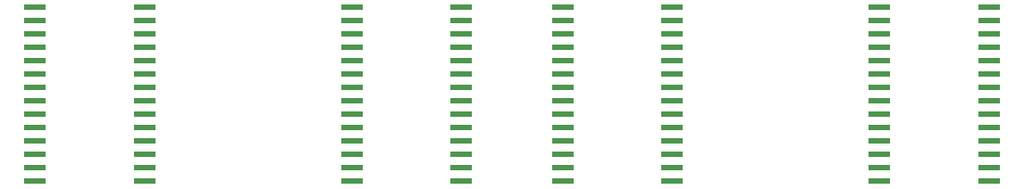
<source format=gtp>
G75*
G70*
%OFA0B0*%
%FSLAX24Y24*%
%IPPOS*%
%LPD*%
%AMOC8*
5,1,8,0,0,1.08239X$1,22.5*
%
%ADD10R,0.0807X0.0236*%
D10*
X002089Y004430D03*
X002089Y004930D03*
X002089Y005430D03*
X002089Y005930D03*
X002089Y006430D03*
X002089Y006930D03*
X002089Y007430D03*
X002089Y007930D03*
X002089Y008430D03*
X002089Y008930D03*
X002089Y009430D03*
X002089Y009930D03*
X002089Y010430D03*
X002089Y010930D03*
X006166Y010930D03*
X006166Y010430D03*
X006166Y009930D03*
X006166Y009430D03*
X006166Y008930D03*
X006166Y008430D03*
X006166Y007930D03*
X006166Y007430D03*
X006166Y006930D03*
X006166Y006430D03*
X006166Y005930D03*
X006166Y005430D03*
X006166Y004930D03*
X006166Y004430D03*
X013900Y004430D03*
X013900Y004930D03*
X013900Y005430D03*
X013900Y005930D03*
X013900Y006430D03*
X013900Y006930D03*
X013900Y007430D03*
X013900Y007930D03*
X013900Y008430D03*
X013900Y008930D03*
X013900Y009430D03*
X013900Y009930D03*
X013900Y010430D03*
X013900Y010930D03*
X017977Y010930D03*
X017977Y010430D03*
X017977Y009930D03*
X017977Y009430D03*
X017977Y008930D03*
X017977Y008430D03*
X017977Y007930D03*
X017977Y007430D03*
X017977Y006930D03*
X017977Y006430D03*
X017977Y005930D03*
X017977Y005430D03*
X017977Y004930D03*
X017977Y004430D03*
X021774Y004430D03*
X021774Y004930D03*
X021774Y005430D03*
X021774Y005930D03*
X021774Y006430D03*
X021774Y006930D03*
X021774Y007430D03*
X021774Y007930D03*
X021774Y008430D03*
X021774Y008930D03*
X021774Y009430D03*
X021774Y009930D03*
X021774Y010430D03*
X021774Y010930D03*
X025851Y010930D03*
X025851Y010430D03*
X025851Y009930D03*
X025851Y009430D03*
X025851Y008930D03*
X025851Y008430D03*
X025851Y007930D03*
X025851Y007430D03*
X025851Y006930D03*
X025851Y006430D03*
X025851Y005930D03*
X025851Y005430D03*
X025851Y004930D03*
X025851Y004430D03*
X033585Y004430D03*
X033585Y004930D03*
X033585Y005430D03*
X033585Y005930D03*
X033585Y006430D03*
X033585Y006930D03*
X033585Y007430D03*
X033585Y007930D03*
X033585Y008430D03*
X033585Y008930D03*
X033585Y009430D03*
X033585Y009930D03*
X033585Y010430D03*
X033585Y010930D03*
X037662Y010930D03*
X037662Y010430D03*
X037662Y009930D03*
X037662Y009430D03*
X037662Y008930D03*
X037662Y008430D03*
X037662Y007930D03*
X037662Y007430D03*
X037662Y006930D03*
X037662Y006430D03*
X037662Y005930D03*
X037662Y005430D03*
X037662Y004930D03*
X037662Y004430D03*
M02*

</source>
